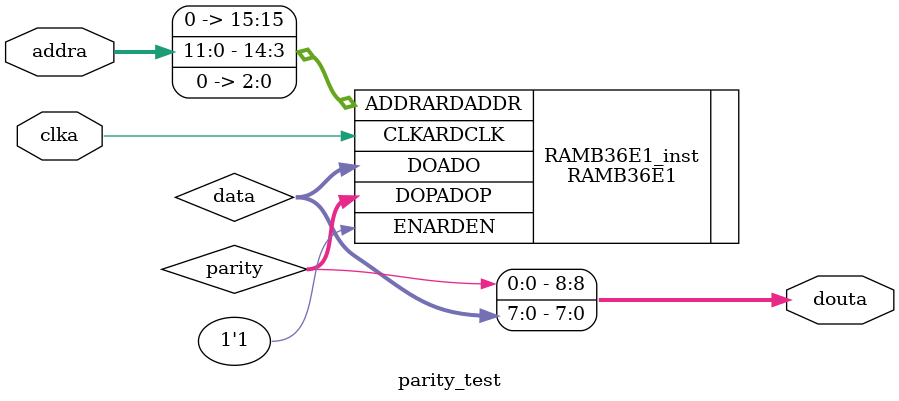
<source format=v>
`timescale 1ns / 1ps


module parity_test(
    input clka,
    input [13:0] addra,
    output [8:0] douta
    );
    
    wire [7:0] data;
    wire [1:0] parity;
    
    assign douta = {parity[0], data[7:0]};
    
RAMB36E1 #(
   // Address Collision Mode: "PERFORMANCE" or "DELAYED_WRITE"
   .RDADDR_COLLISION_HWCONFIG("DELAYED_WRITE"),
   // Collision check: Values ("ALL", "WARNING_ONLY", "GENERATE_X_ONLY" or "NONE")
   .SIM_COLLISION_CHECK("ALL"),
   // DOA_REG, DOB_REG: Optional output register (0 or 1)
   .DOA_REG(0),
   .DOB_REG(0),
   .EN_ECC_READ("FALSE"),                                                            // Enable ECC decoder,
                                                                                     // FALSE, TRUE
   .EN_ECC_WRITE("FALSE"),                                                           // Enable ECC encoder,
                                                                                     // FALSE, TRUE
   // INITP_00 to INITP_0F: Initial contents of the parity memory array
   .INITP_00(256'h00000000000000000000000000000000000000000000000000000000000000BA),
   .INITP_01(256'h0000000000000000000000000000000000000000000000000000000000000000),
   .INITP_02(256'h0000000000000000000000000000000000000000000000000000000000000000),
   .INITP_03(256'h0000000000000000000000000000000000000000000000000000000000000000),
   .INITP_04(256'h0000000000000000000000000000000000000000000000000000000000000000),
   .INITP_05(256'h0000000000000000000000000000000000000000000000000000000000000000),
   .INITP_06(256'h0000000000000000000000000000000000000000000000000000000000000000),
   .INITP_07(256'h8000000000000000000000000000000000000000000000000000000000000000),
   .INITP_08(256'hD00000000000000000000000000000000000000000000000000000000000000F),
   .INITP_09(256'h0000000000000000000000000000000000000000000000000000000000000000),
   .INITP_0A(256'h0000000000000000000000000000000000000000000000000000000000000000),
   .INITP_0B(256'h0000000000000000000000000000000000000000000000000000000000000000),
   .INITP_0C(256'h0000000000000000000000000000000000000000000000000000000000000000),
   .INITP_0D(256'h0000000000000000000000000000000000000000000000000000000000000000),
   .INITP_0E(256'h0000000000000000000000000000000000000000000000000000000000000000),
   .INITP_0F(256'hC000000000000000000000000000000000000000000000000000000000000000),
   // INIT_00 to INIT_7F: Initial contents of the data memory array
   .INIT_00(256'h0000000000000000000000000000000000000000000000000000000000000000),
   .INIT_01(256'h0000000000000000000000000000000000000000000000000000000000000000),
   .INIT_02(256'h0000000000000000000000000000000000000000000000000000000000000000),
   .INIT_03(256'h0000000000000000000000000000000000000000000000000000000000000000),
   .INIT_04(256'h0000000000000000000000000000000000000000000000000000000000000000),
   .INIT_05(256'h0000000000000000000000000000000000000000000000000000000000000000),
   .INIT_06(256'h0000000000000000000000000000000000000000000000000000000000000000),
   .INIT_07(256'h0000000000000000000000000000000000000000000000000000000000000000),
   .INIT_08(256'h0000000000000000000000000000000000000000000000000000000000000000),
   .INIT_09(256'h0000000000000000000000000000000000000000000000000000000000000000),
   .INIT_0A(256'h0000000000000000000000000000000000000000000000000000000000000000),
   .INIT_0B(256'h0000000000000000000000000000000000000000000000000000000000000000),
   .INIT_0C(256'h0000000000000000000000000000000000000000000000000000000000000000),
   .INIT_0D(256'h0000000000000000000000000000000000000000000000000000000000000000),
   .INIT_0E(256'h0000000000000000000000000000000000000000000000000000000000000000),
   .INIT_0F(256'h0000000000000000000000000000000000000000000000000000000000000000),
   .INIT_10(256'h0000000000000000000000000000000000000000000000000000000000000000),
   .INIT_11(256'h0000000000000000000000000000000000000000000000000000000000000000),
   .INIT_12(256'h0000000000000000000000000000000000000000000000000000000000000000),
   .INIT_13(256'h0000000000000000000000000000000000000000000000000000000000000000),
   .INIT_14(256'h0000000000000000000000000000000000000000000000000000000000000000),
   .INIT_15(256'h0000000000000000000000000000000000000000000000000000000000000000),
   .INIT_16(256'h0000000000000000000000000000000000000000000000000000000000000000),
   .INIT_17(256'h0000000000000000000000000000000000000000000000000000000000000000),
   .INIT_18(256'h0000000000000000000000000000000000000000000000000000000000000000),
   .INIT_19(256'h0000000000000000000000000000000000000000000000000000000000000000),
   .INIT_1A(256'h0000000000000000000000000000000000000000000000000000000000000000),
   .INIT_1B(256'h0000000000000000000000000000000000000000000000000000000000000000),
   .INIT_1C(256'h0000000000000000000000000000000000000000000000000000000000000000),
   .INIT_1D(256'h0000000000000000000000000000000000000000000000000000000000000000),
   .INIT_1E(256'h0000000000000000000000000000000000000000000000000000000000000000),
   .INIT_1F(256'h0000000000000000000000000000000000000000000000000000000000000000),
   .INIT_20(256'h0000000000000000000000000000000000000000000000000000000000000000),
   .INIT_21(256'h0000000000000000000000000000000000000000000000000000000000000000),
   .INIT_22(256'h0000000000000000000000000000000000000000000000000000000000000000),
   .INIT_23(256'h0000000000000000000000000000000000000000000000000000000000000000),
   .INIT_24(256'h0000000000000000000000000000000000000000000000000000000000000000),
   .INIT_25(256'h0000000000000000000000000000000000000000000000000000000000000000),
   .INIT_26(256'h0000000000000000000000000000000000000000000000000000000000000000),
   .INIT_27(256'h0000000000000000000000000000000000000000000000000000000000000000),
   .INIT_28(256'h0000000000000000000000000000000000000000000000000000000000000000),
   .INIT_29(256'h0000000000000000000000000000000000000000000000000000000000000000),
   .INIT_2A(256'h0000000000000000000000000000000000000000000000000000000000000000),
   .INIT_2B(256'h0000000000000000000000000000000000000000000000000000000000000000),
   .INIT_2C(256'h0000000000000000000000000000000000000000000000000000000000000000),
   .INIT_2D(256'h0000000000000000000000000000000000000000000000000000000000000000),
   .INIT_2E(256'h0000000000000000000000000000000000000000000000000000000000000000),
   .INIT_2F(256'h0000000000000000000000000000000000000000000000000000000000000000),
   .INIT_30(256'h0000000000000000000000000000000000000000000000000000000000000000),
   .INIT_31(256'h0000000000000000000000000000000000000000000000000000000000000000),
   .INIT_32(256'h0000000000000000000000000000000000000000000000000000000000000000),
   .INIT_33(256'h0000000000000000000000000000000000000000000000000000000000000000),
   .INIT_34(256'h0000000000000000000000000000000000000000000000000000000000000000),
   .INIT_35(256'h0000000000000000000000000000000000000000000000000000000000000000),
   .INIT_36(256'h0000000000000000000000000000000000000000000000000000000000000000),
   .INIT_37(256'h0000000000000000000000000000000000000000000000000000000000000000),
   .INIT_38(256'h0000000000000000000000000000000000000000000000000000000000000000),
   .INIT_39(256'h0000000000000000000000000000000000000000000000000000000000000000),
   .INIT_3A(256'h0000000000000000000000000000000000000000000000000000000000000000),
   .INIT_3B(256'h0000000000000000000000000000000000000000000000000000000000000000),
   .INIT_3C(256'h0000000000000000000000000000000000000000000000000000000000000000),
   .INIT_3D(256'h0000000000000000000000000000000000000000000000000000000000000000),
   .INIT_3E(256'h0000000000000000000000000000000000000000000000000000000000000000),
   .INIT_3F(256'h0000000000000000000000000000000000000000000000000000000000000000),
   .INIT_40(256'h0000000000000000000000000000000000000000000000000000000000000000),
   .INIT_41(256'h0000000000000000000000000000000000000000000000000000000000000000),
   .INIT_42(256'h0000000000000000000000000000000000000000000000000000000000000000),
   .INIT_43(256'h0000000000000000000000000000000000000000000000000000000000000000),
   .INIT_44(256'h0000000000000000000000000000000000000000000000000000000000000000),
   .INIT_45(256'h0000000000000000000000000000000000000000000000000000000000000000),
   .INIT_46(256'h0000000000000000000000000000000000000000000000000000000000000000),
   .INIT_47(256'h0000000000000000000000000000000000000000000000000000000000000000),
   .INIT_48(256'h0000000000000000000000000000000000000000000000000000000000000000),
   .INIT_49(256'h0000000000000000000000000000000000000000000000000000000000000000),
   .INIT_4A(256'h0000000000000000000000000000000000000000000000000000000000000000),
   .INIT_4B(256'h0000000000000000000000000000000000000000000000000000000000000000),
   .INIT_4C(256'h0000000000000000000000000000000000000000000000000000000000000000),
   .INIT_4D(256'h0000000000000000000000000000000000000000000000000000000000000000),
   .INIT_4E(256'h0000000000000000000000000000000000000000000000000000000000000000),
   .INIT_4F(256'h0000000000000000000000000000000000000000000000000000000000000000),
   .INIT_50(256'h0000000000000000000000000000000000000000000000000000000000000000),
   .INIT_51(256'h0000000000000000000000000000000000000000000000000000000000000000),
   .INIT_52(256'h0000000000000000000000000000000000000000000000000000000000000000),
   .INIT_53(256'h0000000000000000000000000000000000000000000000000000000000000000),
   .INIT_54(256'h0000000000000000000000000000000000000000000000000000000000000000),
   .INIT_55(256'h0000000000000000000000000000000000000000000000000000000000000000),
   .INIT_56(256'h0000000000000000000000000000000000000000000000000000000000000000),
   .INIT_57(256'h0000000000000000000000000000000000000000000000000000000000000000),
   .INIT_58(256'h0000000000000000000000000000000000000000000000000000000000000000),
   .INIT_59(256'h0000000000000000000000000000000000000000000000000000000000000000),
   .INIT_5A(256'h0000000000000000000000000000000000000000000000000000000000000000),
   .INIT_5B(256'h0000000000000000000000000000000000000000000000000000000000000000),
   .INIT_5C(256'h0000000000000000000000000000000000000000000000000000000000000000),
   .INIT_5D(256'h0000000000000000000000000000000000000000000000000000000000000000),
   .INIT_5E(256'h0000000000000000000000000000000000000000000000000000000000000000),
   .INIT_5F(256'h0000000000000000000000000000000000000000000000000000000000000000),
   .INIT_60(256'h0000000000000000000000000000000000000000000000000000000000000000),
   .INIT_61(256'h0000000000000000000000000000000000000000000000000000000000000000),
   .INIT_62(256'h0000000000000000000000000000000000000000000000000000000000000000),
   .INIT_63(256'h0000000000000000000000000000000000000000000000000000000000000000),
   .INIT_64(256'h0000000000000000000000000000000000000000000000000000000000000000),
   .INIT_65(256'h0000000000000000000000000000000000000000000000000000000000000000),
   .INIT_66(256'h0000000000000000000000000000000000000000000000000000000000000000),
   .INIT_67(256'h0000000000000000000000000000000000000000000000000000000000000000),
   .INIT_68(256'h0000000000000000000000000000000000000000000000000000000000000000),
   .INIT_69(256'h0000000000000000000000000000000000000000000000000000000000000000),
   .INIT_6A(256'h0000000000000000000000000000000000000000000000000000000000000000),
   .INIT_6B(256'h0000000000000000000000000000000000000000000000000000000000000000),
   .INIT_6C(256'h0000000000000000000000000000000000000000000000000000000000000000),
   .INIT_6D(256'h0000000000000000000000000000000000000000000000000000000000000000),
   .INIT_6E(256'h0000000000000000000000000000000000000000000000000000000000000000),
   .INIT_6F(256'h0000000000000000000000000000000000000000000000000000000000000000),
   .INIT_70(256'h0000000000000000000000000000000000000000000000000000000000000000),
   .INIT_71(256'h0000000000000000000000000000000000000000000000000000000000000000),
   .INIT_72(256'h0000000000000000000000000000000000000000000000000000000000000000),
   .INIT_73(256'h0000000000000000000000000000000000000000000000000000000000000000),
   .INIT_74(256'h0000000000000000000000000000000000000000000000000000000000000000),
   .INIT_75(256'h0000000000000000000000000000000000000000000000000000000000000000),
   .INIT_76(256'h0000000000000000000000000000000000000000000000000000000000000000),
   .INIT_77(256'h0000000000000000000000000000000000000000000000000000000000000000),
   .INIT_78(256'h0000000000000000000000000000000000000000000000000000000000000000),
   .INIT_79(256'h0000000000000000000000000000000000000000000000000000000000000000),
   .INIT_7A(256'h0000000000000000000000000000000000000000000000000000000000000000),
   .INIT_7B(256'h0000000000000000000000000000000000000000000000000000000000000000),
   .INIT_7C(256'h0000000000000000000000000000000000000000000000000000000000000000),
   .INIT_7D(256'h0000000000000000000000000000000000000000000000000000000000000000),
   .INIT_7E(256'h0000000000000000000000000000000000000000000000000000000000000000),
   .INIT_7F(256'h0000000000000000000000000000000000000000000000000000000000000000),
   // INIT_A, INIT_B: Initial values on output ports
   .INIT_A(36'h000000000),
   .INIT_B(36'h000000000),
   // Initialization File: RAM initialization file
   .INIT_FILE("NONE"),
   // RAM Mode: "SDP" or "TDP"
   .RAM_MODE("TDP"),
   // RAM_EXTENSION_A, RAM_EXTENSION_B: Selects cascade mode ("UPPER", "LOWER", or "NONE")
   .RAM_EXTENSION_A("NONE"),
   .RAM_EXTENSION_B("NONE"),
   // READ_WIDTH_A/B, WRITE_WIDTH_A/B: Read/write width per port
   .READ_WIDTH_A(9),                                                                 // 0-72
   .READ_WIDTH_B(0),                                                                 // 0-36
   .WRITE_WIDTH_A(0),                                                                // 0-36
   .WRITE_WIDTH_B(0),                                                                // 0-72
   // RSTREG_PRIORITY_A, RSTREG_PRIORITY_B: Reset or enable priority ("RSTREG" or "REGCE")
   .RSTREG_PRIORITY_A("RSTREG"),
   .RSTREG_PRIORITY_B("RSTREG"),
   // SRVAL_A, SRVAL_B: Set/reset value for output
   .SRVAL_A(36'h000000000),
   .SRVAL_B(36'h000000000),
   // Simulation Device: Must be set to "7SERIES" for simulation behavior
   .SIM_DEVICE("7SERIES"),
   // WriteMode: Value on output upon a write ("WRITE_FIRST", "READ_FIRST", or "NO_CHANGE")
   .WRITE_MODE_A("NO_CHANGE"),
   .WRITE_MODE_B("NO_CHANGE")
)
RAMB36E1_inst (
   // Cascade Signals: 1-bit (each) output: BRAM cascade ports (to create 64kx1)
   //.CASCADEOUTA(CASCADEOUTA),     // 1-bit output: A port cascade
   //.CASCADEOUTB(CASCADEOUTB),     // 1-bit output: B port cascade
   // ECC Signals: 1-bit (each) output: Error Correction Circuitry ports
   //.DBITERR(DBITERR),             // 1-bit output: Double bit error status
   //.ECCPARITY(ECCPARITY),         // 8-bit output: Generated error correction parity
   //.RDADDRECC(RDADDRECC),         // 9-bit output: ECC read address
   //.SBITERR(SBITERR),             // 1-bit output: Single bit error status
   // Port A Data: 32-bit (each) output: Port A data
   .DOADO(data),                 // 32-bit output: A port data/LSB data
   .DOPADOP(parity),             // 4-bit output: A port parity/LSB parity
   // Port B Data: 32-bit (each) output: Port B data
   //.DOBDO(DOBDO),                 // 32-bit output: B port data/MSB data
   //.DOPBDOP(DOPBDOP),             // 4-bit output: B port parity/MSB parity
   // Cascade Signals: 1-bit (each) input: BRAM cascade ports (to create 64kx1)
   //.CASCADEINA(CASCADEINA),       // 1-bit input: A port cascade
   //.CASCADEINB(CASCADEINB),       // 1-bit input: B port cascade
   // ECC Signals: 1-bit (each) input: Error Correction Circuitry ports
   //.INJECTDBITERR(INJECTDBITERR), // 1-bit input: Inject a double bit error
   //.INJECTSBITERR(INJECTSBITERR), // 1-bit input: Inject a single bit error
   // Port A Address/Control Signals: 16-bit (each) input: Port A address and control signals (read port
   // when RAM_MODE="SDP")
   .ADDRARDADDR({1'b0, addra[11:0], 3'b0}),     // 16-bit input: A port address/Read address
   .CLKARDCLK(clka),         // 1-bit input: A port clock/Read clock
   .ENARDEN(1'b1)             // 1-bit input: A port enable/Read enable
   //.REGCEAREGCE(REGCEAREGCE),     // 1-bit input: A port register enable/Register enable
   //.RSTRAMARSTRAM(RSTRAMARSTRAM), // 1-bit input: A port set/reset
   //.RSTREGARSTREG(RSTREGARSTREG), // 1-bit input: A port register set/reset
   //.WEA(WEA),                     // 4-bit input: A port write enable
   // Port A Data: 32-bit (each) input: Port A data
   //.DIADI(DIADI),                 // 32-bit input: A port data/LSB data
   //.DIPADIP(DIPADIP)             // 4-bit input: A port parity/LSB parity
   // Port B Address/Control Signals: 16-bit (each) input: Port B address and control signals (write port
   // when RAM_MODE="SDP")
   //.ADDRBWRADDR(ADDRBWRADDR),     // 16-bit input: B port address/Write address
   //.CLKBWRCLK(CLKBWRCLK),         // 1-bit input: B port clock/Write clock
   //.ENBWREN(ENBWREN),             // 1-bit input: B port enable/Write enable
   //.REGCEB(REGCEB),               // 1-bit input: B port register enable
   //.RSTRAMB(RSTRAMB),             // 1-bit input: B port set/reset
   //.RSTREGB(RSTREGB),             // 1-bit input: B port register set/reset
   //.WEBWE(WEBWE),                 // 8-bit input: B port write enable/Write enable
   // Port B Data: 32-bit (each) input: Port B data
   //.DIBDI(DIBDI),                 // 32-bit input: B port data/MSB data
   //.DIPBDIP(DIPBDIP)              // 4-bit input: B port parity/MSB parity
);

// End of RAMB36E1_inst instantiation
    
endmodule

</source>
